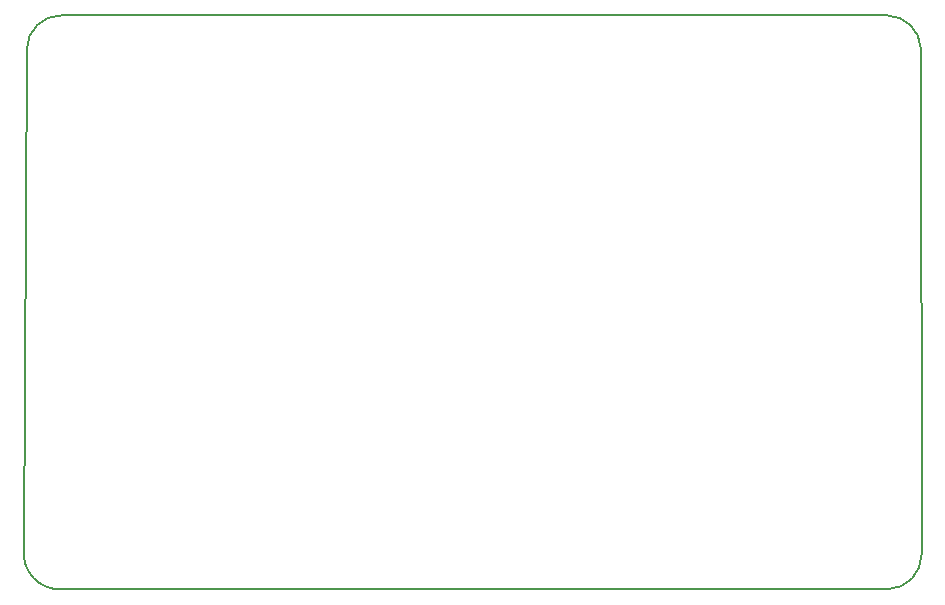
<source format=gm1>
G04 #@! TF.GenerationSoftware,KiCad,Pcbnew,5.1.10-88a1d61d58~88~ubuntu20.10.1*
G04 #@! TF.CreationDate,2021-05-21T17:46:03+03:00*
G04 #@! TF.ProjectId,Devboard,44657662-6f61-4726-942e-6b696361645f,rev?*
G04 #@! TF.SameCoordinates,Original*
G04 #@! TF.FileFunction,Profile,NP*
%FSLAX46Y46*%
G04 Gerber Fmt 4.6, Leading zero omitted, Abs format (unit mm)*
G04 Created by KiCad (PCBNEW 5.1.10-88a1d61d58~88~ubuntu20.10.1) date 2021-05-21 17:46:03*
%MOMM*%
%LPD*%
G01*
G04 APERTURE LIST*
G04 #@! TA.AperFunction,Profile*
%ADD10C,0.200000*%
G04 #@! TD*
G04 APERTURE END LIST*
D10*
X194564000Y-134479839D02*
G75*
G02*
X191718004Y-137414000I-2895771J-38561D01*
G01*
X194500492Y-91630482D02*
G75*
G03*
X191656870Y-88837516I-2893397J-101793D01*
G01*
X121729500Y-88836499D02*
G75*
G03*
X118808492Y-91707716I-25408J-2895592D01*
G01*
X121786769Y-137438559D02*
G75*
G02*
X118546870Y-134062686I-152299J3096473D01*
G01*
X191656870Y-88837516D02*
X121729500Y-88836500D01*
X194564000Y-134479839D02*
X194500492Y-91630482D01*
X121786769Y-137438559D02*
X191718004Y-137414000D01*
X118808492Y-91707716D02*
X118546870Y-134062686D01*
M02*

</source>
